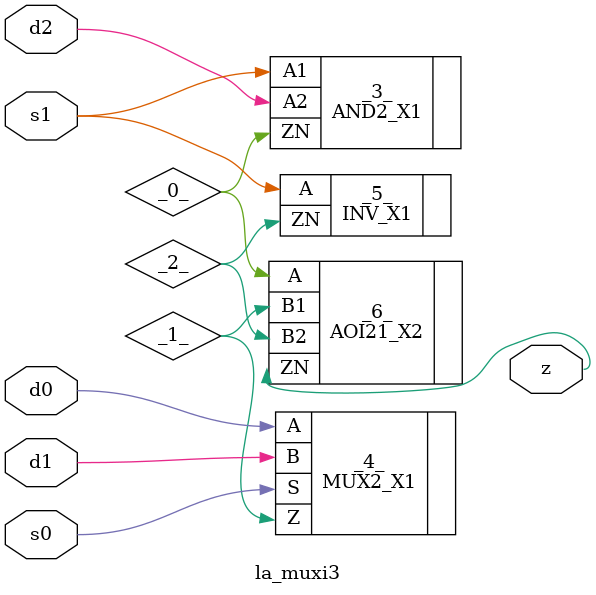
<source format=v>

/* Generated by Yosys 0.44 (git sha1 80ba43d26, g++ 11.4.0-1ubuntu1~22.04 -fPIC -O3) */

(* top =  1  *)
(* src = "generated" *)
(* keep_hierarchy *)
module la_muxi3 (
    d0,
    d1,
    d2,
    s0,
    s1,
    z
);
  wire _0_;
  wire _1_;
  wire _2_;
  (* src = "generated" *)
  input d0;
  wire d0;
  (* src = "generated" *)
  input d1;
  wire d1;
  (* src = "generated" *)
  input d2;
  wire d2;
  (* src = "generated" *)
  input s0;
  wire s0;
  (* src = "generated" *)
  input s1;
  wire s1;
  (* src = "generated" *)
  output z;
  wire z;
  AND2_X1 _3_ (
      .A1(s1),
      .A2(d2),
      .ZN(_0_)
  );
  MUX2_X1 _4_ (
      .A(d0),
      .B(d1),
      .S(s0),
      .Z(_1_)
  );
  INV_X1 _5_ (
      .A (s1),
      .ZN(_2_)
  );
  AOI21_X2 _6_ (
      .A (_0_),
      .B1(_1_),
      .B2(_2_),
      .ZN(z)
  );
endmodule

</source>
